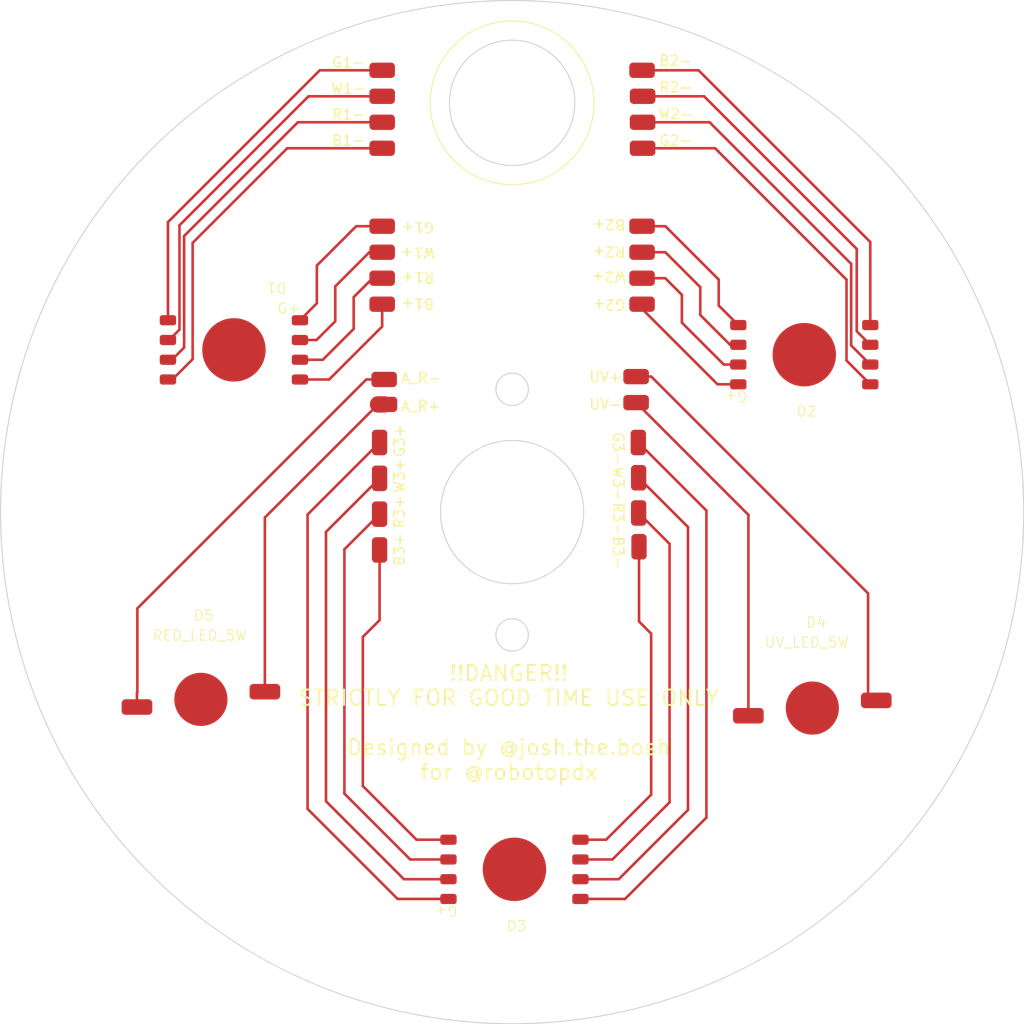
<source format=kicad_pcb>
(kicad_pcb (version 20221018) (generator pcbnew)
  (title_block (title "LED Head for Disco Stick") (date "2023-10-01") (rev "1"))
  (layers (0 "F.Cu" signal) (31 "B.Cu" signal) (37 "F.SilkS" user "F.Silkscreen") (39 "F.Mask" user) (44 "Edge.Cuts" user))
  (net 0 "")
  (net 1 "Net-(D1-G+)")
  (net 2 "Net-(D1-W+)")
  (net 3 "Net-(D1-R+)")
  (net 4 "Net-(D1-G-)")
  (net 5 "Net-(D1-W-)")
  (net 6 "Net-(D1-R-)")
  (net 7 "Net-(D2-G+)")
  (net 8 "Net-(D2-W+)")
  (net 9 "Net-(D2-R+)")
  (net 10 "Net-(D2-G-)")
  (net 11 "Net-(D2-W-)")
  (net 12 "Net-(D2-R-)")
  (net 13 "Net-(D3-G+)")
  (net 14 "Net-(D3-W+)")
  (net 15 "Net-(D3-R+)")
  (net 16 "Net-(D3-G-)")
  (net 17 "Net-(D3-W-)")
  (net 18 "Net-(D3-R-)")
  (net 19 "Net-(D4-K)")
  (net 20 "Net-(D4-A)")
  (net 21 "Net-(D1-B-)")
  (net 22 "Net-(D1-B+)")
  (net 23 "Net-(D2-B-)")
  (net 24 "Net-(D2-B+)")
  (net 25 "Net-(D3-B-)")
  (net 26 "Net-(D3-B+)")
  (net 27 "Net-(D5-A)")
  (net 28 "Net-(D5-K)")
  (footprint "my_library:LED_Pad" (layer "F.Cu") (at 134.813254 85.294823)
    (fp_text reference "J26" hide)
    (fp_text value "A_R-" (at 3.586746 -2.694823 unlocked) (layer "F.SilkS"))
    (pad "1" smd roundrect (at 0 -2.54) (size 2.5 1.5) (layers "F.Cu" "F.Mask") (net 28 "Net-(D5-K)"))
  )
  (footprint "my_library:LED_Pad" (layer "F.Cu") (at 134.62 70.32 180)
    (fp_text reference "J3" hide)
    (fp_text value "R1+" (at -3.48 -2.454079 180 unlocked) (layer "F.SilkS"))
    (pad "1" smd roundrect (at 0 -2.54 180) (size 2.5 1.5) (layers "F.Cu" "F.Mask") (net 3 "Net-(D1-R+)"))
  )
  (footprint "my_library:LED_Pad" (layer "F.Cu") (at 131.827172 88.917406 -90)
    (fp_text reference "J17" hide)
    (fp_text value "G3+" (at -0.155282 -4.472828 90 unlocked) (layer "F.SilkS"))
    (pad "1" smd roundrect (at 0 -2.54 270) (size 2.5 1.5) (layers "F.Cu" "F.Mask") (net 13 "Net-(D3-G+)"))
  )
  (footprint "my_library:Red_LED_5W" (layer "F.Cu") (at 177.028574 114.120848)
    (fp_text reference "D4" (at 0 -7.62 unlocked) (layer "F.SilkS") (effects (font (thickness 0.1))))
    (fp_text value "UV_LED")
    (fp_text user "UV_LED_5W" (at -5.08 -5.08 unlocked) (layer "F.SilkS") (effects (font (thickness 0.1)) (justify left bottom)))
    (fp_circle (center -0.37 0.75) (end 2.13 0.75) (stroke (width 0.2)) (fill solid) (layer "F.Cu"))
    (pad "1" smd roundrect (at -6.62 1.5) (size 3 1.524) (layers "F.Cu" "F.Paste" "F.Mask") (net 19 "Net-(D4-K)"))
    (pad "2" smd roundrect (at 5.88 0) (size 3 1.524) (layers "F.Cu" "F.Paste" "F.Mask") (net 20 "Net-(D4-A)"))
  )
  (footprint "my_library:LED_Pad" (layer "F.Cu") (at 134.62 50 180)
    (fp_text reference "J5" hide)
    (fp_text value "G1-" (at 3.302 -1.778 unlocked) (layer "F.SilkS"))
    (pad "1" smd roundrect (at 0 -2.54 180) (size 2.5 1.5) (layers "F.Cu" "F.Mask") (net 4 "Net-(D1-G-)"))
  )
  (footprint "my_library:LED_Pad" (layer "F.Cu") (at 157.113415 88.917406 -90)
    (fp_text reference "J21" hide)
    (fp_text value "G3-" (at 0.582594 -0.586585 -90 unlocked) (layer "F.SilkS"))
    (pad "1" smd roundrect (at 0 -2.54 270) (size 2.5 1.5) (layers "F.Cu" "F.Mask") (net 16 "Net-(D3-G-)"))
  )
  (footprint "my_library:LED_Pad" (layer "F.Cu") (at 131.827172 92.417406 -90)
    (fp_text reference "J18" hide)
    (fp_text value "W3+" (at -0.247916 -4.472828 90 unlocked) (layer "F.SilkS"))
    (pad "1" smd roundrect (at 0 -2.54 270) (size 2.5 1.5) (layers "F.Cu" "F.Mask") (net 14 "Net-(D3-W+)"))
  )
  (footprint "my_library:LED_Pad" (layer "F.Cu") (at 134.62 52.54 180)
    (fp_text reference "J6" hide)
    (fp_text value "W1-" (at 3.302 -1.778 unlocked) (layer "F.SilkS"))
    (pad "1" smd roundrect (at 0 -2.54 180) (size 2.5 1.5) (layers "F.Cu" "F.Mask") (net 5 "Net-(D1-W-)"))
  )
  (footprint "my_library:LED_Pad" (layer "F.Cu") (at 131.827172 95.917406 -90)
    (fp_text reference "J19" hide)
    (fp_text value "R3+" (at -0.197082 -4.472828 90 unlocked) (layer "F.SilkS"))
    (pad "1" smd roundrect (at 0 -2.54 270) (size 2.5 1.5) (layers "F.Cu" "F.Mask") (net 15 "Net-(D3-R+)"))
  )
  (footprint "my_library:LED_SOIC_RGBW" (layer "F.Cu") (at 145.916673 139.214465)
    (fp_text reference "D3" (at 1.839611 -3.045216 unlocked) (layer "F.SilkS") (effects (font (thickness 0.1))))
    (fp_text value "RGBW_3")
    (fp_text user "G+" (at -3.863174 -5.110957 180 unlocked) (layer "F.SilkS") (effects (font (thickness 0.1)) (justify left bottom)))
    (fp_circle (center 1.63 -8.585) (end 4.63 -8.585) (stroke (width 0.2)) (fill solid) (layer "F.Cu"))
    (pad "1" smd roundrect (at -4.82 -5.69) (size 1.6 1) (layers "F.Cu" "F.Mask") (net 13 "Net-(D3-G+)"))
    (pad "2" smd roundrect (at -4.82 -7.62) (size 1.6 1) (layers "F.Cu" "F.Mask") (net 14 "Net-(D3-W+)"))
    (pad "3" smd roundrect (at -4.82 -9.55) (size 1.6 1) (layers "F.Cu" "F.Mask") (net 15 "Net-(D3-R+)"))
    (pad "4" smd roundrect (at -4.82 -11.48) (size 1.6 1) (layers "F.Cu" "F.Mask") (net 26 "Net-(D3-B+)"))
    (pad "5" smd roundrect (at 8.08 -5.69) (size 1.6 1) (layers "F.Cu" "F.Mask") (net 16 "Net-(D3-G-)"))
    (pad "6" smd roundrect (at 8.08 -7.62) (size 1.6 1) (layers "F.Cu" "F.Mask") (net 17 "Net-(D3-W-)"))
    (pad "7" smd roundrect (at 8.08 -9.55) (size 1.6 1) (layers "F.Cu" "F.Mask") (net 18 "Net-(D3-R-)"))
    (pad "8" smd roundrect (at 8.08 -11.48) (size 1.6 1) (layers "F.Cu" "F.Mask") (net 25 "Net-(D3-B-)"))
  )
  (footprint "my_library:LED_Pad" (layer "F.Cu") (at 131.827172 99.417406 -90)
    (fp_text reference "J20" hide)
    (fp_text value "B3+" (at -0.038647 -4.472828 90 unlocked) (layer "F.SilkS"))
    (pad "1" smd roundrect (at 0 -2.54 270) (size 2.5 1.5) (layers "F.Cu" "F.Mask") (net 26 "Net-(D3-B+)"))
  )
  (footprint "my_library:LED_Pad" (layer "F.Cu") (at 157.1824 99.103044 -90)
    (fp_text reference "J24" hide)
    (fp_text value "B3-" (at 0.582594 -0.5176 -90 unlocked) (layer "F.SilkS"))
    (pad "1" smd roundrect (at 0 -2.54 270) (size 2.5 1.5) (layers "F.Cu" "F.Mask") (net 25 "Net-(D3-B-)"))
  )
  (footprint "my_library:LED_SOIC_RGBW" (layer "F.Cu") (at 121.763215 71.278572 180)
    (fp_text reference "D1" (at -2.54 -2.54 180 unlocked) (layer "F.SilkS") (effects (font (thickness 0.1))))
    (fp_text value "RGBW_1")
    (fp_text user "G+" (at -2.54 -5.110957 unlocked) (layer "F.SilkS") (effects (font (thickness 0.1)) (justify left bottom)))
    (fp_circle (center 1.63 -8.585) (end 4.63 -8.585) (stroke (width 0.2)) (fill solid) (layer "F.Cu"))
    (pad "1" smd roundrect (at -4.82 -5.69 180) (size 1.6 1) (layers "F.Cu" "F.Mask") (net 1 "Net-(D1-G+)"))
    (pad "2" smd roundrect (at -4.82 -7.62 180) (size 1.6 1) (layers "F.Cu" "F.Mask") (net 2 "Net-(D1-W+)"))
    (pad "3" smd roundrect (at -4.82 -9.55 180) (size 1.6 1) (layers "F.Cu" "F.Mask") (net 3 "Net-(D1-R+)"))
    (pad "4" smd roundrect (at -4.82 -11.48 180) (size 1.6 1) (layers "F.Cu" "F.Mask") (net 22 "Net-(D1-B+)"))
    (pad "5" smd roundrect (at 8.08 -5.69 180) (size 1.6 1) (layers "F.Cu" "F.Mask") (net 4 "Net-(D1-G-)"))
    (pad "6" smd roundrect (at 8.08 -7.62 180) (size 1.6 1) (layers "F.Cu" "F.Mask") (net 5 "Net-(D1-W-)"))
    (pad "7" smd roundrect (at 8.08 -9.55 180) (size 1.6 1) (layers "F.Cu" "F.Mask") (net 6 "Net-(D1-R-)"))
    (pad "8" smd roundrect (at 8.08 -11.48 180) (size 1.6 1) (layers "F.Cu" "F.Mask") (net 21 "Net-(D1-B-)"))
  )
  (footprint "my_library:LED_Pad" (layer "F.Cu") (at 134.62 57.62 180)
    (fp_text reference "J8" hide)
    (fp_text value "B1-" (at 3.302 -1.778 unlocked) (layer "F.SilkS"))
    (pad "1" smd roundrect (at 0 -2.54 180) (size 2.5 1.5) (layers "F.Cu" "F.Mask") (net 21 "Net-(D1-B-)"))
  )
  (footprint "my_library:LED_Pad" (layer "F.Cu") (at 157.146533 92.360046 -90)
    (fp_text reference "J22" hide)
    (fp_text value "W3-" (at 0.582594 -0.553467 -90 unlocked) (layer "F.SilkS"))
    (pad "1" smd roundrect (at 0 -2.54 270) (size 2.5 1.5) (layers "F.Cu" "F.Mask") (net 17 "Net-(D3-W-)"))
  )
  (footprint "my_library:LED_Pad" (layer "F.Cu") (at 160.02 75.4)
    (fp_text reference "J10" hide)
    (fp_text value "W2+" (at -3.230914 -2.671047 180 unlocked) (layer "F.SilkS"))
    (pad "1" smd roundrect (at 0 -2.54) (size 2.5 1.5) (layers "F.Cu" "F.Mask") (net 8 "Net-(D2-W+)"))
  )
  (footprint "my_library:LED_Pad" (layer "F.Cu") (at 160.02 50 180)
    (fp_text reference "J16" hide)
    (fp_text value "B2-" (at -3.28 -1.6 unlocked) (layer "F.SilkS"))
    (pad "1" smd roundrect (at 0 -2.54 180) (size 2.5 1.5) (layers "F.Cu" "F.Mask") (net 23 "Net-(D2-B-)"))
  )
  (footprint "my_library:LED_Pad" (layer "F.Cu") (at 160.070722 62.7)
    (fp_text reference "J13" hide)
    (fp_text value "G2-" (at 3.229278 -3.3 unlocked) (layer "F.SilkS"))
    (pad "1" smd roundrect (at 0 -2.54) (size 2.5 1.5) (layers "F.Cu" "F.Mask") (net 10 "Net-(D2-G-)"))
  )
  (footprint "my_library:LED_Pad" (layer "F.Cu") (at 134.62 72.86 180)
    (fp_text reference "J4" hide)
    (fp_text value "B1+" (at -3.48 -2.496504 180 unlocked) (layer "F.SilkS"))
    (pad "1" smd roundrect (at 0 -2.54 180) (size 2.5 1.5) (layers "F.Cu" "F.Mask") (net 22 "Net-(D1-B+)"))
  )
  (footprint "my_library:LED_Pad" (layer "F.Cu") (at 160.02 72.86)
    (fp_text reference "J11" hide)
    (fp_text value "R2+" (at -3.230915 -2.593915 180 unlocked) (layer "F.SilkS"))
    (pad "1" smd roundrect (at 0 -2.54) (size 2.5 1.5) (layers "F.Cu" "F.Mask") (net 9 "Net-(D2-R+)"))
  )
  (footprint "my_library:LED_Pad" (layer "F.Cu") (at 159.439944 79.936272 180)
    (fp_text reference "J28" hide)
    (fp_text value "UV+" (at 2.99634 -2.570689 unlocked) (layer "F.SilkS"))
    (pad "1" smd roundrect (at 0 -2.54 180) (size 2.5 1.5) (layers "F.Cu" "F.Mask") (net 20 "Net-(D4-A)"))
  )
  (footprint "my_library:LED_Pad" (layer "F.Cu") (at 134.845136 87.73378)
    (fp_text reference "J27" hide)
    (fp_text value "A_R+" (at 3.554864 -2.376006 unlocked) (layer "F.SilkS"))
    (pad "1" smd roundrect (at 0 -2.54) (size 2.5 1.5) (layers "F.Cu" "F.Mask") (net 27 "Net-(D5-A)"))
  )
  (footprint "my_library:LED_SOIC_RGBW" (layer "F.Cu") (at 174.242645 88.917706)
    (fp_text reference "D2" (at 1.839611 -3.045216 unlocked) (layer "F.SilkS") (effects (font (thickness 0.1))))
    (fp_text value "RGBW_2")
    (fp_text user "G+" (at -3.863174 -5.110957 180 unlocked) (layer "F.SilkS") (effects (font (thickness 0.1)) (justify left bottom)))
    (fp_circle (center 1.63 -8.585) (end 4.63 -8.585) (stroke (width 0.2)) (fill solid) (layer "F.Cu"))
    (pad "1" smd roundrect (at -4.82 -5.69) (size 1.6 1) (layers "F.Cu" "F.Mask") (net 7 "Net-(D2-G+)"))
    (pad "2" smd roundrect (at -4.82 -7.62) (size 1.6 1) (layers "F.Cu" "F.Mask") (net 8 "Net-(D2-W+)"))
    (pad "3" smd roundrect (at -4.82 -9.55) (size 1.6 1) (layers "F.Cu" "F.Mask") (net 9 "Net-(D2-R+)"))
    (pad "4" smd roundrect (at -4.82 -11.48) (size 1.6 1) (layers "F.Cu" "F.Mask") (net 24 "Net-(D2-B+)"))
    (pad "5" smd roundrect (at 8.08 -5.69) (size 1.6 1) (layers "F.Cu" "F.Mask") (net 10 "Net-(D2-G-)"))
    (pad "6" smd roundrect (at 8.08 -7.62) (size 1.6 1) (layers "F.Cu" "F.Mask") (net 11 "Net-(D2-W-)"))
    (pad "7" smd roundrect (at 8.08 -9.55) (size 1.6 1) (layers "F.Cu" "F.Mask") (net 12 "Net-(D2-R-)"))
    (pad "8" smd roundrect (at 8.08 -11.48) (size 1.6 1) (layers "F.Cu" "F.Mask") (net 23 "Net-(D2-B-)"))
  )
  (footprint "my_library:LED_Pad" (layer "F.Cu") (at 160.02 70.32)
    (fp_text reference "J12" hide)
    (fp_text value "B2+" (at -3.230915 -2.69014 180 unlocked) (layer "F.SilkS"))
    (pad "1" smd roundrect (at 0 -2.54) (size 2.5 1.5) (layers "F.Cu" "F.Mask") (net 24 "Net-(D2-B+)"))
  )
  (footprint "my_library:LED_Pad" (layer "F.Cu") (at 160.02 72.86 180)
    (fp_text reference "J9" hide)
    (fp_text value "G2+" (at 3.230915 -2.578905 180 unlocked) (layer "F.SilkS"))
    (pad "1" smd roundrect (at 0 -2.54 180) (size 2.5 1.5) (layers "F.Cu" "F.Mask") (net 7 "Net-(D2-G+)"))
  )
  (footprint "my_library:LED_Pad" (layer "F.Cu") (at 159.439944 82.476272 180)
    (fp_text reference "J25" hide)
    (fp_text value "UV-" (at 2.99634 -2.720715 unlocked) (layer "F.SilkS"))
    (pad "1" smd roundrect (at 0 -2.54 180) (size 2.5 1.5) (layers "F.Cu" "F.Mask") (net 19 "Net-(D4-K)"))
  )
  (footprint "my_library:LED_Pad" (layer "F.Cu") (at 160.070722 60.16)
    (fp_text reference "J14" hide)
    (fp_text value "W2-" (at 3.229278 -3.36 unlocked) (layer "F.SilkS"))
    (pad "1" smd roundrect (at 0 -2.54) (size 2.5 1.5) (layers "F.Cu" "F.Mask") (net 11 "Net-(D2-W-)"))
  )
  (footprint "my_library:LED_Pad" (layer "F.Cu") (at 157.146533 95.803279 -90)
    (fp_text reference "J23" hide)
    (fp_text value "R3-" (at 0.582594 -0.553467 -90 unlocked) (layer "F.SilkS"))
    (pad "1" smd roundrect (at 0 -2.54 270) (size 2.5 1.5) (layers "F.Cu" "F.Mask") (net 18 "Net-(D3-R-)"))
  )
  (footprint "my_library:Red_LED_5W" (layer "F.Cu") (at 117.274665 113.269867)
    (fp_text reference "D5" (at -0.101709 -7.4516 unlocked) (layer "F.SilkS") (effects (font (thickness 0.1))))
    (fp_text value "AUX_RED")
    (fp_text user "RED_LED_5W" (at -5.181709 -4.9116 unlocked) (layer "F.SilkS") (effects (font (thickness 0.1)) (justify left bottom)))
    (fp_circle (center -0.37 0.75) (end 2.13 0.75) (stroke (width 0.2)) (fill solid) (layer "F.Cu"))
    (pad "1" smd roundrect (at -6.62 1.5) (size 3 1.524) (layers "F.Cu" "F.Paste" "F.Mask") (net 28 "Net-(D5-K)"))
    (pad "2" smd roundrect (at 5.88 0) (size 3 1.524) (layers "F.Cu" "F.Paste" "F.Mask") (net 27 "Net-(D5-A)"))
  )
  (footprint "my_library:LED_Pad" (layer "F.Cu") (at 134.62 65.24 180)
    (fp_text reference "J1" hide)
    (fp_text value "G1+" (at -3.48 -2.644708 180 unlocked) (layer "F.SilkS"))
    (pad "1" smd roundrect (at 0 -2.54 180) (size 2.5 1.5) (layers "F.Cu" "F.Mask") (net 1 "Net-(D1-G+)"))
  )
  (footprint "my_library:LED_Pad" (layer "F.Cu") (at 134.62 55.08 180)
    (fp_text reference "J7" hide)
    (fp_text value "R1-" (at 3.302 -1.778 unlocked) (layer "F.SilkS"))
    (pad "1" smd roundrect (at 0 -2.54 180) (size 2.5 1.5) (layers "F.Cu" "F.Mask") (net 6 "Net-(D1-R-)"))
  )
  (footprint "my_library:LED_Pad" (layer "F.Cu") (at 160.070722 57.62)
    (fp_text reference "J15" hide)
    (fp_text value "R2-" (at 3.229278 -3.42 unlocked) (layer "F.SilkS"))
    (pad "1" smd roundrect (at 0 -2.54) (size 2.5 1.5) (layers "F.Cu" "F.Mask") (net 12 "Net-(D2-R-)"))
  )
  (footprint "my_library:LED_Pad" (layer "F.Cu") (at 134.62 67.78 180)
    (fp_text reference "J2" hide)
    (fp_text value "W1+" (at -3.480001 -2.62 180 unlocked) (layer "F.SilkS"))
    (pad "1" smd roundrect (at 0 -2.54 180) (size 2.5 1.5) (layers "F.Cu" "F.Mask") (net 2 "Net-(D1-W+)"))
  )
  (gr_circle locked (center 147.32 55.72) (end 155.32 55.72) (stroke (width 0.1)) (fill none) (layer "F.SilkS"))
  (gr_circle locked (center 147.32 83.72) (end 148.9075 83.72) (stroke (width 0.1)) (fill none) (layer "Edge.Cuts"))
  (gr_circle locked (center 147.32 95.72) (end 154.32 95.72) (stroke (width 0.1)) (fill none) (layer "Edge.Cuts"))
  (gr_circle locked (center 147.32 107.72) (end 148.9075 107.72) (stroke (width 0.1)) (fill none) (layer "Edge.Cuts"))
  (gr_circle locked (center 147.32 95.72) (end 197.32 95.72) (stroke (width 0.1)) (fill none) (layer "Edge.Cuts"))
  (gr_circle locked (center 147.32 55.72) (end 153.445 55.72) (stroke (width 0.1)) (fill none) (layer "Edge.Cuts"))
  (gr_text "!!DANGER!!\nSTRICTLY FOR GOOD TIME USE ONLY\n\nDesigned by @josh.the.bosh\nfor @robotopdx" (at 147 122) (layer "F.SilkS") (effects (font (size 1.5 1.5) (thickness 0.1875)) (justify bottom)))
  (segment (start 128.235538 75.316249) (end 128.235538 71.624462) (width 0.254) (layer "F.Cu") (net 1))
  (segment (start 132.08 67.78) (end 134.62 67.78) (width 0.254) (layer "F.Cu") (net 1))
  (segment (start 126.583215 76.968572) (end 128.235538 75.316249) (width 0.254) (layer "F.Cu") (net 1))
  (segment (start 128.235538 71.624462) (end 132.08 67.78) (width 0.254) (layer "F.Cu") (net 1))
  (segment (start 133.37 70.32) (end 134.62 70.32) (width 0.254) (layer "F.Cu") (net 2))
  (segment (start 128.20575 78.898572) (end 126.583215 78.898572) (width 0.254) (layer "F.Cu") (net 2))
  (segment (start 130.035538 73.654462) (end 133.37 70.32) (width 0.254) (layer "F.Cu") (net 2))
  (segment (start 130.035538 77.068784) (end 130.035538 73.654462) (width 0.254) (layer "F.Cu") (net 2))
  (segment (start 130.035538 77.068784) (end 128.20575 78.898572) (width 0.254) (layer "F.Cu") (net 2))
  (segment (start 131.835538 77.814368) (end 131.835538 74.710898) (width 0.254) (layer "F.Cu") (net 3))
  (segment (start 131.835538 74.710898) (end 133.686436 72.86) (width 0.254) (layer "F.Cu") (net 3))
  (segment (start 128.821334 80.828572) (end 131.835538 77.814368) (width 0.254) (layer "F.Cu") (net 3))
  (segment (start 133.686436 72.86) (end 134.62 72.86) (width 0.254) (layer "F.Cu") (net 3))
  (segment (start 126.583215 80.828572) (end 128.821334 80.828572) (width 0.254) (layer "F.Cu") (net 3))
  (segment (start 128.524 52.54) (end 134.62 52.54) (width 0.254) (layer "F.Cu") (net 4))
  (segment (start 113.683215 67.380785) (end 128.524 52.54) (width 0.254) (layer "F.Cu") (net 4))
  (segment (start 113.683215 76.968572) (end 113.683215 67.380785) (width 0.254) (layer "F.Cu") (net 4))
  (segment (start 113.801428 78.898572) (end 114.810215 77.889785) (width 0.254) (layer "F.Cu") (net 5))
  (segment (start 127.42 55.08) (end 134.62 55.08) (width 0.254) (layer "F.Cu") (net 5))
  (segment (start 114.810215 67.689785) (end 127.42 55.08) (width 0.254) (layer "F.Cu") (net 5))
  (segment (start 113.683215 78.898572) (end 113.801428 78.898572) (width 0.254) (layer "F.Cu") (net 5))
  (segment (start 114.810215 77.889785) (end 114.810215 67.689785) (width 0.254) (layer "F.Cu") (net 5))
  (segment (start 115.264215 79.635785) (end 115.264215 68.735785) (width 0.254) (layer "F.Cu") (net 6))
  (segment (start 126.38 57.62) (end 134.62 57.62) (width 0.254) (layer "F.Cu") (net 6))
  (segment (start 114.071428 80.828572) (end 115.264215 79.635785) (width 0.254) (layer "F.Cu") (net 6))
  (segment (start 115.264215 68.735785) (end 126.38 57.62) (width 0.254) (layer "F.Cu") (net 6))
  (segment (start 113.683215 80.828572) (end 114.071428 80.828572) (width 0.254) (layer "F.Cu") (net 6))
  (segment (start 169.422645 83.227706) (end 167.391477 83.227706) (width 0.254) (layer "F.Cu") (net 7))
  (segment (start 167.391477 83.227706) (end 160.02 75.856229) (width 0.254) (layer "F.Cu") (net 7))
  (segment (start 160.02 75.856229) (end 160.02 75.4) (width 0.254) (layer "F.Cu") (net 7))
  (segment (start 168.007061 81.297706) (end 163.909093 77.199738) (width 0.254) (layer "F.Cu") (net 8))
  (segment (start 163.909093 77.199738) (end 163.909093 74.482074) (width 0.254) (layer "F.Cu") (net 8))
  (segment (start 163.909093 74.482074) (end 162.287019 72.86) (width 0.254) (layer "F.Cu") (net 8))
  (segment (start 162.287019 72.86) (end 160.02 72.86) (width 0.254) (layer "F.Cu") (net 8))
  (segment (start 169.422645 81.297706) (end 168.007061 81.297706) (width 0.254) (layer "F.Cu") (net 8))
  (segment (start 162.292603 70.32) (end 160.02 70.32) (width 0.254) (layer "F.Cu") (net 9))
  (segment (start 165.709093 76.454154) (end 165.709093 73.73649) (width 0.254) (layer "F.Cu") (net 9))
  (segment (start 169.422645 79.367706) (end 168.622645 79.367706) (width 0.254) (layer "F.Cu") (net 9))
  (segment (start 168.622645 79.367706) (end 165.709093 76.454154) (width 0.254) (layer "F.Cu") (net 9))
  (segment (start 165.709093 73.73649) (end 162.292603 70.32) (width 0.254) (layer "F.Cu") (net 9))
  (segment (start 180 73) (end 167.16 60.16) (width 0.254) (layer "F.Cu") (net 10))
  (segment (start 182.322645 83.227706) (end 180 80.905061) (width 0.254) (layer "F.Cu") (net 10))
  (segment (start 180 80.905061) (end 180 73) (width 0.254) (layer "F.Cu") (net 10))
  (segment (start 167.16 60.16) (end 160.070722 60.16) (width 0.254) (layer "F.Cu") (net 10))
  (segment (start 180.454 71.454) (end 166.62 57.62) (width 0.254) (layer "F.Cu") (net 11))
  (segment (start 182.322645 81.297706) (end 180.454 79.429061) (width 0.254) (layer "F.Cu") (net 11))
  (segment (start 180.454 79.429061) (end 180.454 71.454) (width 0.254) (layer "F.Cu") (net 11))
  (segment (start 166.62 57.62) (end 160.070722 57.62) (width 0.254) (layer "F.Cu") (net 11))
  (segment (start 181 78.045061) (end 181 70) (width 0.254) (layer "F.Cu") (net 12))
  (segment (start 181 70) (end 166.08 55.08) (width 0.254) (layer "F.Cu") (net 12))
  (segment (start 166.08 55.08) (end 160.070722 55.08) (width 0.254) (layer "F.Cu") (net 12))
  (segment (start 182.322645 79.367706) (end 181 78.045061) (width 0.254) (layer "F.Cu") (net 12))
  (segment (start 127.329517 124.72568) (end 127.329517 95.955061) (width 0.254) (layer "F.Cu") (net 13))
  (segment (start 141.096673 133.524465) (end 136.128302 133.524465) (width 0.254) (layer "F.Cu") (net 13))
  (segment (start 127.329517 95.955061) (end 134.367172 88.917406) (width 0.254) (layer "F.Cu") (net 13))
  (segment (start 136.128302 133.524465) (end 127.329517 124.72568) (width 0.254) (layer "F.Cu") (net 13))
  (segment (start 141.096673 131.594465) (end 136.743886 131.594465) (width 0.254) (layer "F.Cu") (net 14))
  (segment (start 129.129517 97.655061) (end 134.367172 92.417406) (width 0.254) (layer "F.Cu") (net 14))
  (segment (start 136.743886 131.594465) (end 129.129517 123.980096) (width 0.254) (layer "F.Cu") (net 14))
  (segment (start 129.129517 123.980096) (end 129.129517 97.655061) (width 0.254) (layer "F.Cu") (net 14))
  (segment (start 141.096673 129.664465) (end 137.35947 129.664465) (width 0.254) (layer "F.Cu") (net 15))
  (segment (start 130.929517 123.234512) (end 130.929517 99.355061) (width 0.254) (layer "F.Cu") (net 15))
  (segment (start 137.35947 129.664465) (end 130.929517 123.234512) (width 0.254) (layer "F.Cu") (net 15))
  (segment (start 130.929517 99.355061) (end 134.367172 95.917406) (width 0.254) (layer "F.Cu") (net 15))
  (segment (start 158.354007 133.524465) (end 153.996673 133.524465) (width 0.254) (layer "F.Cu") (net 16))
  (segment (start 166.307762 125.57071) (end 158.354007 133.524465) (width 0.254) (layer "F.Cu") (net 16))
  (segment (start 166.307762 95.571753) (end 166.307762 125.57071) (width 0.254) (layer "F.Cu") (net 16))
  (segment (start 159.653415 88.917406) (end 166.307762 95.571753) (width 0.254) (layer "F.Cu") (net 16))
  (segment (start 157.738423 131.594465) (end 164.507762 124.825126) (width 0.254) (layer "F.Cu") (net 17))
  (segment (start 164.507762 97.181275) (end 159.686533 92.360046) (width 0.254) (layer "F.Cu") (net 17))
  (segment (start 153.996673 131.594465) (end 157.738423 131.594465) (width 0.254) (layer "F.Cu") (net 17))
  (segment (start 164.507762 124.825126) (end 164.507762 97.181275) (width 0.254) (layer "F.Cu") (net 17))
  (segment (start 153.996673 129.664465) (end 157.122839 129.664465) (width 0.254) (layer "F.Cu") (net 18))
  (segment (start 162.707762 98.824508) (end 159.686533 95.803279) (width 0.254) (layer "F.Cu") (net 18))
  (segment (start 157.122839 129.664465) (end 162.707762 124.079542) (width 0.254) (layer "F.Cu") (net 18))
  (segment (start 162.707762 124.079542) (end 162.707762 98.824508) (width 0.254) (layer "F.Cu") (net 18))
  (segment (start 170.415249 95.991577) (end 170.408574 95.998252) (width 0.254) (layer "F.Cu") (net 19))
  (segment (start 170.408574 95.998252) (end 170.408574 115.620848) (width 0.254) (layer "F.Cu") (net 19))
  (segment (start 170.415249 95.991577) (end 159.439944 85.016272) (width 0.254) (layer "F.Cu") (net 19))
  (segment (start 182.108574 114.120848) (end 182.108574 103.667798) (width 0.254) (layer "F.Cu") (net 20))
  (segment (start 182.108574 103.667798) (end 160.917048 82.476272) (width 0.254) (layer "F.Cu") (net 20))
  (segment (start 160.917048 82.476272) (end 159.439944 82.476272) (width 0.254) (layer "F.Cu") (net 20))
  (segment (start 134.62 60.16) (end 125.34 60.16) (width 0.254) (layer "F.Cu") (net 21))
  (segment (start 114.112321 82.758572) (end 113.683215 82.758572) (width 0.254) (layer "F.Cu") (net 21))
  (segment (start 116.1 69.4) (end 116.1 80.770893) (width 0.254) (layer "F.Cu") (net 21))
  (segment (start 116.1 80.770893) (end 114.112321 82.758572) (width 0.254) (layer "F.Cu") (net 21))
  (segment (start 125.34 60.16) (end 116.1 69.4) (width 0.254) (layer "F.Cu") (net 21))
  (segment (start 126.583215 82.758572) (end 129.436918 82.758572) (width 0.254) (layer "F.Cu") (net 22))
  (segment (start 134.62 77.57549) (end 134.62 75.4) (width 0.254) (layer "F.Cu") (net 22))
  (segment (start 129.436918 82.758572) (end 134.62 77.57549) (width 0.254) (layer "F.Cu") (net 22))
  (segment (start 182.322645 77.437706) (end 182.322645 69.322645) (width 0.254) (layer "F.Cu") (net 23))
  (segment (start 165.54 52.54) (end 160.02 52.54) (width 0.254) (layer "F.Cu") (net 23))
  (segment (start 182.322645 69.322645) (end 165.54 52.54) (width 0.254) (layer "F.Cu") (net 23))
  (segment (start 167.509093 75.524154) (end 167.509093 72.990906) (width 0.254) (layer "F.Cu") (net 24))
  (segment (start 162.298187 67.78) (end 160.02 67.78) (width 0.254) (layer "F.Cu") (net 24))
  (segment (start 169.422645 77.437706) (end 167.509093 75.524154) (width 0.254) (layer "F.Cu") (net 24))
  (segment (start 167.509093 72.990906) (end 162.298187 67.78) (width 0.254) (layer "F.Cu") (net 24))
  (segment (start 153.996673 127.734465) (end 156.507255 127.734465) (width 0.254) (layer "F.Cu") (net 25))
  (segment (start 160.907762 123.333958) (end 160.907762 107.597306) (width 0.254) (layer "F.Cu") (net 25))
  (segment (start 156.507255 127.734465) (end 160.907762 123.333958) (width 0.254) (layer "F.Cu") (net 25))
  (segment (start 160.907762 107.597306) (end 159.7224 106.411944) (width 0.254) (layer "F.Cu") (net 25))
  (segment (start 159.7224 106.411944) (end 159.7224 99.103044) (width 0.254) (layer "F.Cu") (net 25))
  (segment (start 137.975054 127.734465) (end 132.729517 122.488928) (width 0.254) (layer "F.Cu") (net 26))
  (segment (start 134.367172 106.275204) (end 134.367172 99.417406) (width 0.254) (layer "F.Cu") (net 26))
  (segment (start 141.096673 127.734465) (end 137.975054 127.734465) (width 0.254) (layer "F.Cu") (net 26))
  (segment (start 132.729517 107.912859) (end 134.367172 106.275204) (width 0.254) (layer "F.Cu") (net 26))
  (segment (start 132.729517 122.488928) (end 132.729517 107.912859) (width 0.254) (layer "F.Cu") (net 26))
  (segment (start 134.211486 85.19378) (end 134.845136 85.19378) (width 1.6) (layer "F.Cu") (net 27))
  (segment (start 123.154665 96.250601) (end 134.211486 85.19378) (width 0.254) (layer "F.Cu") (net 27))
  (segment (start 123.154665 113.269867) (end 123.154665 96.250601) (width 0.254) (layer "F.Cu") (net 27))
  (segment (start 133.06949 82.754823) (end 110.6932 105.131113) (width 0.254) (layer "F.Cu") (net 28))
  (segment (start 110.654665 113.373335) (end 110.654665 114.769867) (width 0.254) (layer "F.Cu") (net 28))
  (segment (start 110.6932 105.131113) (end 110.6932 113.3348) (width 0.254) (layer "F.Cu") (net 28))
  (segment (start 134.813254 82.754823) (end 133.06949 82.754823) (width 0.254) (layer "F.Cu") (net 28))
  (segment (start 110.6932 113.3348) (end 110.654665 113.373335) (width 0.254) (layer "F.Cu") (net 28))
)
</source>
